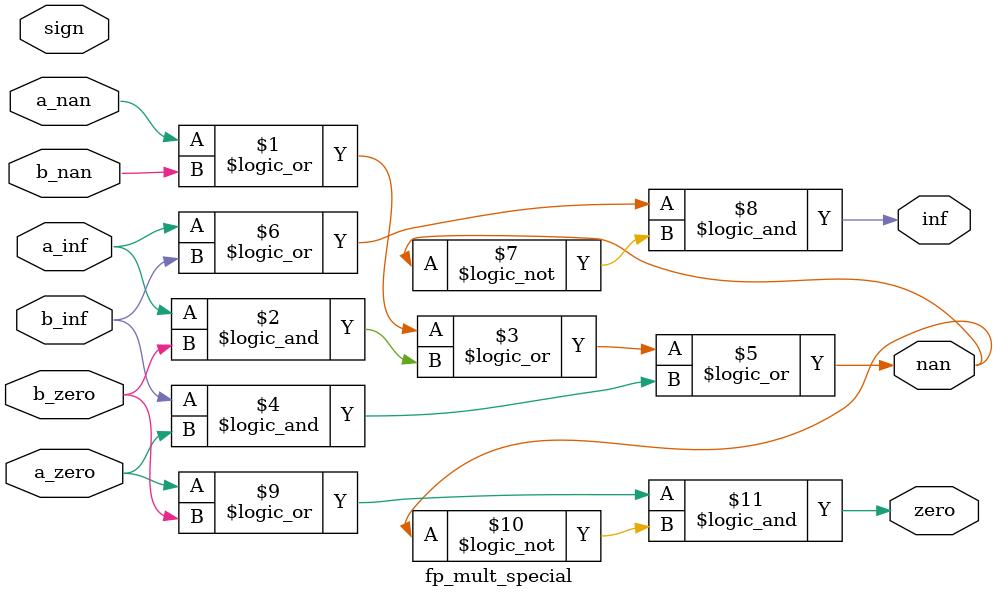
<source format=v>
/*
    floating point multiplier stage 2.2 analysis special cases
*/

module fp_mult_special (
    // special bits
    input wire sign,
    input wire a_zero,
    input wire b_zero,
    input wire a_inf,
    input wire b_inf,
    input wire a_nan,
    input wire b_nan,
    // special cases with priority
    output wire nan,
    output wire inf,
    output wire zero
);

    assign nan = (a_nan || b_nan) ||  // any nan
                 (a_inf && b_zero) || // infinity multiply zero
                 (b_inf && a_zero);

    assign inf = (a_inf || b_inf) && !nan;

    assign zero = (a_zero || b_zero) && !nan;

endmodule
</source>
